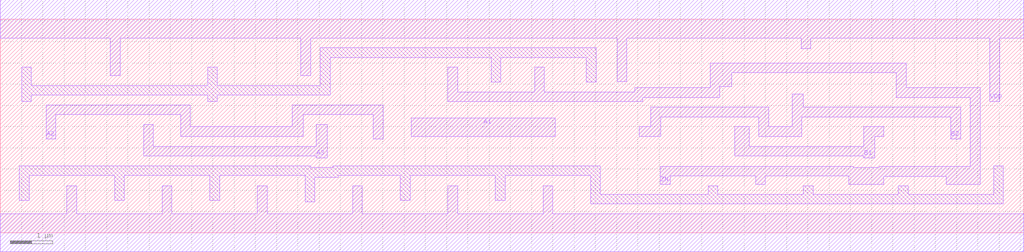
<source format=lef>
# Copyright 2022 GlobalFoundries PDK Authors
#
# Licensed under the Apache License, Version 2.0 (the "License");
# you may not use this file except in compliance with the License.
# You may obtain a copy of the License at
#
#      http://www.apache.org/licenses/LICENSE-2.0
#
# Unless required by applicable law or agreed to in writing, software
# distributed under the License is distributed on an "AS IS" BASIS,
# WITHOUT WARRANTIES OR CONDITIONS OF ANY KIND, either express or implied.
# See the License for the specific language governing permissions and
# limitations under the License.

MACRO gf180mcu_fd_sc_mcu9t5v0__oai32_4
  CLASS core ;
  FOREIGN gf180mcu_fd_sc_mcu9t5v0__oai32_4 0.0 0.0 ;
  ORIGIN 0 0 ;
  SYMMETRY X Y ;
  SITE GF018hv5v_green_sc9 ;
  SIZE 24.08 BY 5.04 ;
  PIN A1
    DIRECTION INPUT ;
    ANTENNAGATEAREA 6.828 ;
    PORT
      LAYER METAL1 ;
        POLYGON 9.67 2.27 13.055 2.27 13.055 2.71 9.67 2.71  ;
    END
  END A1
  PIN A2
    DIRECTION INPUT ;
    ANTENNAGATEAREA 6.828 ;
    PORT
      LAYER METAL1 ;
        POLYGON 1.08 2.215 1.31 2.215 1.31 2.785 4.245 2.785 4.245 2.27 7.13 2.27 7.13 2.785 8.78 2.785 8.78 2.215 9.01 2.215 9.01 3.015 6.87 3.015 6.87 2.5 4.475 2.5 4.475 3.015 1.08 3.015  ;
    END
  END A2
  PIN A3
    DIRECTION INPUT ;
    ANTENNAGATEAREA 6.828 ;
    PORT
      LAYER METAL1 ;
        POLYGON 3.37 1.81 7.43 1.81 7.43 1.77 7.69 1.77 7.69 2.555 7.43 2.555 7.43 2.04 3.6 2.04 3.6 2.555 3.37 2.555  ;
    END
  END A3
  PIN B1
    DIRECTION INPUT ;
    ANTENNAGATEAREA 6.828 ;
    PORT
      LAYER METAL1 ;
        POLYGON 17.275 1.81 20.31 1.81 20.31 1.77 20.57 1.77 20.57 2.27 20.785 2.27 20.785 2.5 20.31 2.5 20.31 2.04 17.615 2.04 17.615 2.5 17.275 2.5  ;
    END
  END B1
  PIN B2
    DIRECTION INPUT ;
    ANTENNAGATEAREA 6.828 ;
    PORT
      LAYER METAL1 ;
        POLYGON 15.035 2.27 15.535 2.27 15.535 2.73 17.845 2.73 17.845 2.27 18.86 2.27 18.86 2.73 22.36 2.73 22.36 2.215 22.59 2.215 22.59 2.96 18.89 2.96 18.89 3.27 18.63 3.27 18.63 2.5 18.075 2.5 18.075 2.96 15.305 2.96 15.305 2.5 15.035 2.5  ;
    END
  END B2
  PIN ZN
    DIRECTION OUTPUT ;
    ANTENNADIFFAREA 7.467 ;
    PORT
      LAYER METAL1 ;
        POLYGON 10.53 3.09 15.115 3.09 15.115 3.19 16.93 3.19 16.93 3.45 17.21 3.45 17.21 3.77 21.08 3.77 21.08 3.19 22.82 3.19 22.82 1.565 20.675 1.565 20.675 1.54 20.07 1.54 20.07 1.57 15.53 1.57 15.53 1.14 15.76 1.14 15.76 1.34 17.77 1.34 17.77 1.14 18 1.14 18 1.34 19.955 1.34 19.955 1.14 20.78 1.14 20.78 1.335 22.25 1.335 22.25 1.14 23.05 1.14 23.05 3.42 21.31 3.42 21.31 4 16.7 4 16.7 3.42 14.925 3.42 14.925 3.32 12.8 3.32 12.8 3.9 12.57 3.9 12.57 3.32 10.76 3.32 10.76 3.9 10.53 3.9  ;
    END
  END ZN
  PIN VDD
    DIRECTION INOUT ;
    USE power ;
    SHAPE ABUTMENT ;
    PORT
      LAYER METAL1 ;
        POLYGON 0 4.59 2.59 4.59 2.59 3.705 2.82 3.705 2.82 4.59 7.07 4.59 7.07 3.705 7.3 3.705 7.3 4.59 14.02 4.59 14.51 4.59 14.51 3.56 14.74 3.56 14.74 4.59 18.84 4.59 18.84 4.345 19.07 4.345 19.07 4.59 23.28 4.59 23.28 3.09 23.51 3.09 23.51 4.59 23.6 4.59 24.08 4.59 24.08 5.49 23.6 5.49 14.02 5.49 0 5.49  ;
    END
  END VDD
  PIN VSS
    DIRECTION INOUT ;
    USE ground ;
    SHAPE ABUTMENT ;
    PORT
      LAYER METAL1 ;
        POLYGON 0 -0.45 24.08 -0.45 24.08 0.45 13 0.45 13 1.11 12.77 1.11 12.77 0.45 10.76 0.45 10.76 1.11 10.53 1.11 10.53 0.45 8.52 0.45 8.52 1.11 8.29 1.11 8.29 0.45 6.28 0.45 6.28 1.11 6.05 1.11 6.05 0.45 4.04 0.45 4.04 1.11 3.81 1.11 3.81 0.45 1.8 0.45 1.8 1.11 1.57 1.11 1.57 0.45 0 0.45  ;
    END
  END VSS
  OBS
      LAYER METAL1 ;
        POLYGON 0.5 3.09 0.73 3.09 0.73 3.245 4.88 3.245 4.88 3.09 5.11 3.09 5.11 3.245 7.76 3.245 7.76 4.13 11.55 4.13 11.55 3.55 11.78 3.55 11.78 4.13 13.79 4.13 13.79 3.55 14.02 3.55 14.02 4.36 7.53 4.36 7.53 3.475 5.11 3.475 5.11 3.9 4.88 3.9 4.88 3.475 0.73 3.475 0.73 3.9 0.5 3.9  ;
        POLYGON 0.45 0.77 0.68 0.77 0.68 1.35 2.69 1.35 2.69 0.77 2.92 0.77 2.92 1.35 4.93 1.35 4.93 0.77 5.16 0.77 5.16 1.35 7.17 1.35 7.17 0.73 7.4 0.73 7.4 1.31 7.95 1.31 7.95 1.35 9.41 1.35 9.41 0.77 9.64 0.77 9.64 1.35 11.65 1.35 11.65 0.77 11.88 0.77 11.88 1.35 13.89 1.35 13.89 0.68 23.6 0.68 23.6 1.58 23.37 1.58 23.37 0.91 21.36 0.91 21.36 1.105 21.13 1.105 21.13 0.91 19.12 0.91 19.12 1.11 18.89 1.11 18.89 0.91 16.88 0.91 16.88 1.11 16.65 1.11 16.65 0.91 14.12 0.91 14.12 1.58 7.82 1.58 7.82 1.54 7.3 1.54 7.3 1.58 0.45 1.58  ;
  END
END gf180mcu_fd_sc_mcu9t5v0__oai32_4

</source>
